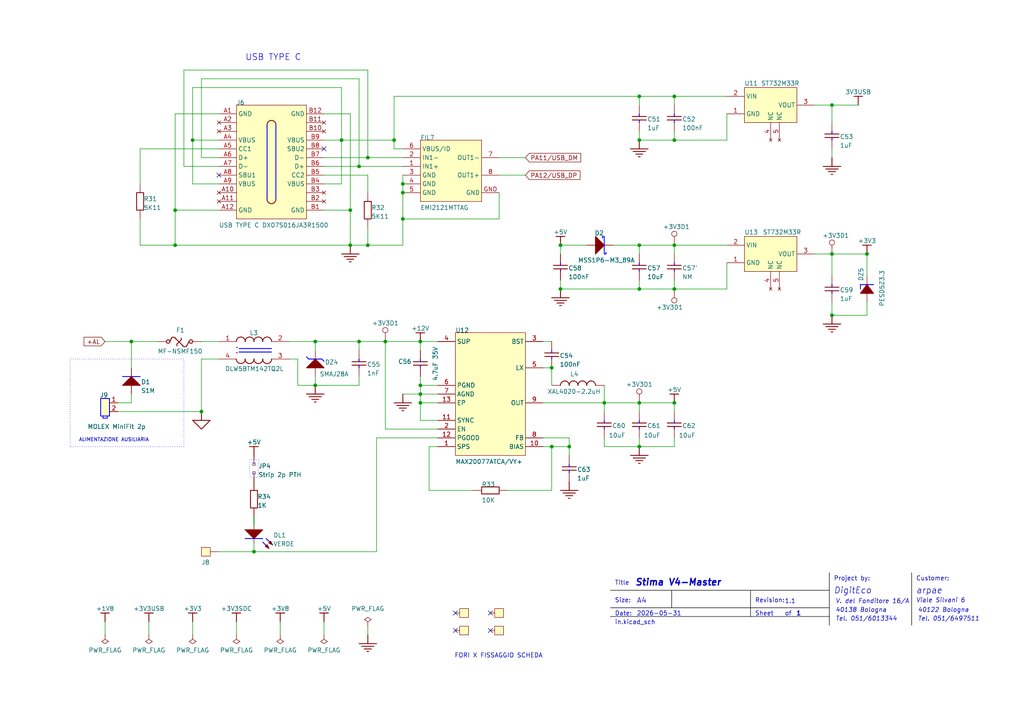
<source format=kicad_sch>
(kicad_sch (version 20230121) (generator eeschema)
  (paper "A4")
  (title_block (title "Stima V4-Master") (rev "1.0"))
  (lib_symbols
    (symbol "Connector:TestPoint" (pin_numbers hide) (pin_names (offset 0.762) hide)
      (property "Reference" "TP" (at 0 6.858 0))
      (property "Value" "TestPoint" (at 0 5.08 0))
      (symbol "TestPoint_1_1"
        (pin passive line (at 0 0 90) (length 2.54) (name "1") (number "1"))
      )
    )
    (symbol "Stima V4 Master R1_1-altium-import:+12V" (power)
      (property "Value" "+12V" (at 0 -3.81 0))
      (symbol "+12V_0_0"
        (pin power_in line (at 0 0 0) (length 0) hide (name "+12V") (number ""))
      )
    )
    (symbol "Stima V4 Master R1_1-altium-import:+3V3" (power)
      (property "Reference" "#PWR" (at 0 0 0))
      (property "Value" "+3V3" (at 0 3.81 0))
      (symbol "+3V3_0_0"
        (pin power_in line (at 0 0 0) (length 0) hide (name "+3V3") (number ""))
      )
    )
    (symbol "Stima V4 Master R1_1-altium-import:+3V3SDC" (power)
      (property "Value" "+3V3SDC" (at 0 -3.81 0))
      (symbol "+3V3SDC_0_0"
        (pin power_in line (at 0 0 0) (length 0) hide (name "+3V3SDC") (number ""))
      )
    )
    (symbol "Stima V4 Master R1_1-altium-import:+3V3USB" (power)
      (property "Value" "+3V3USB" (at 0 -3.81 0))
      (symbol "+3V3USB_0_0"
        (pin power_in line (at 0 0 0) (length 0) hide (name "+3V3USB") (number ""))
      )
    )
    (symbol "Stima V4 Master R1_1-altium-import:+5V" (power)
      (property "Reference" "#PWR" (at 0 0 0))
      (property "Value" "+5V" (at 0 3.81 0))
      (symbol "+5V_0_0"
        (pin power_in line (at 0 0 0) (length 0) hide (name "+5V") (number ""))
      )
    )
    (symbol "Stima V4 Master R1_1-altium-import:3V3USB" (power)
      (property "Value" "3V3USB" (at 3.6068 -4.064 0))
      (symbol "3V3USB_0_0"
        (pin power_in line (at 0 0 0) (length 0) hide (name "3V3USB") (number ""))
      )
    )
    (symbol "Stima V4 Master R1_1-altium-import:EGND" (power)
      (symbol "EGND_0_0"
        (pin power_in line (at 0 0 0) (length 0) hide (name "EGND") (number ""))
      )
    )
    (symbol "Stima V4 Master R1_1-altium-import:GND" (power)
      (symbol "GND_0_0"
        (pin power_in line (at 0 0 0) (length 0) hide (name "GND") (number ""))
      )
    )
    (symbol "Stima V4 Master R1_1-altium-import:root_0_C0603"
      (symbol "root_0_C0603_1_0"
        (pin passive line (at 0 2.54 270) (length 2.54) (name "1") (number "1"))
        (pin passive line (at 0 -5.08 90) (length 2.54) (name "2") (number "2"))
      )
    )
    (symbol "Stima V4 Master R1_1-altium-import:root_0_C0805"
      (property "Reference" "C11" (at 2.286 -2.286 0))
      (property "Value" "100nF" (at 2.286 -4.826 0))
      (symbol "root_0_C0805_1_0"
        (pin passive line (at 0 2.54 270) (length 2.54) (name "1") (number "1"))
        (pin passive line (at 0 -5.08 90) (length 2.54) (name "2") (number "2"))
      )
    )
    (symbol "Stima V4 Master R1_1-altium-import:root_0_C1206"
      (property "Reference" "C56" (at -2.54 0 0))
      (property "Value" "4.7uF 35V" (at 5.08 -6.35 90))
      (symbol "root_0_C1206_1_0"
        (pin passive line (at 0 2.54 270) (length 2.54) (name "1") (number "1"))
        (pin passive line (at 0 -5.08 90) (length 2.54) (name "2") (number "2"))
      )
    )
    (symbol "Stima V4 Master R1_1-altium-import:root_0_Coil__B82442__2220"
      (property "Reference" "L4" (at 0 -1.27 0))
      (property "Value" "XAL4020-2.2uH" (at -3.81 -5.08 0))
      (symbol "root_0_Coil__B82442__2220_1_0"
        (pin passive line (at -2.54 -2.54 0) (length 2.54) (name "1") (number "1"))
        (pin passive line (at 12.7 -2.54 180) (length 2.54) (name "2") (number "2"))
      )
    )
    (symbol "Stima V4 Master R1_1-altium-import:root_0_Diode_SMD_QMELF"
      (property "Reference" "D1" (at 2.794 -2.286 0))
      (property "Value" "S1M" (at 2.794 -4.826 0))
      (symbol "root_0_Diode_SMD_QMELF_1_0"
        (pin passive line (at 0 2.54 270) (length 2.54) (name "K") (number "1"))
        (pin passive line (at 0 -5.08 90) (length 2.54) (name "A") (number "2"))
      )
    )
    (symbol "Stima V4 Master R1_1-altium-import:root_0_EMI2121"
      (property "Reference" "FIL7" (at 0 0 0))
      (property "Value" "EMI2121MTTAG" (at 0 -20.32 0))
      (symbol "root_0_EMI2121_1_0"
        (pin passive line (at -5.08 -7.62 0) (length 5.08) (name "IN1+") (number "1"))
        (pin passive line (at -5.08 -5.08 0) (length 5.08) (name "IN1-") (number "2"))
        (pin passive line (at -5.08 -10.16 0) (length 5.08) (name "GND") (number "3"))
        (pin passive line (at -5.08 -12.7 0) (length 5.08) (name "GND") (number "4"))
        (pin passive line (at -5.08 -15.24 0) (length 5.08) (name "GND") (number "5"))
        (pin passive line (at -5.08 -2.54 0) (length 5.08) (name "VBUS/ID") (number "6"))
        (pin passive line (at 22.86 -5.08 180) (length 5.08) (name "OUT1-") (number "7"))
        (pin passive line (at 22.86 -10.16 180) (length 5.08) (name "OUT1+") (number "8"))
        (pin passive line (at 22.86 -15.24 180) (length 5.08) (name "GND") (number "GND"))
      )
    )
    (symbol "Stima V4 Master R1_1-altium-import:root_0_FILTRO_MURATA_DLW5BT"
      (property "Reference" "L3" (at 8.89 1.27 0))
      (property "Value" "DLW5BTM142TQ2L" (at 1.405 -8.382 0))
      (symbol "root_0_FILTRO_MURATA_DLW5BT_1_0"
        (text "." (at 5.588 -3.81 900) (effects (font (size 2.032 2.032)) (justify left bottom)))
        (text "." (at 5.588 -2.286 900) (effects (font (size 2.032 2.032)) (justify left bottom)))
        (pin passive line (at 0 0 0) (length 5.08) (name "1") (number "1"))
        (pin passive line (at 20.32 0 180) (length 5.08) (name "2") (number "2"))
        (pin passive line (at 20.32 -5.08 180) (length 5.08) (name "3") (number "3"))
        (pin passive line (at 0 -5.08 0) (length 5.08) (name "4") (number "4"))
      )
    )
    (symbol "Stima V4 Master R1_1-altium-import:root_0_Fuse_Thermal"
      (property "Reference" "F1" (at 0 -1.27 0))
      (property "Value" "MF-NSMF150" (at 0 -6.35 0))
      (symbol "root_0_Fuse_Thermal_1_0"
        (pin passive line (at -2.54 -2.54 0) (length 2.54) (name "1") (number "1"))
        (pin passive line (at 10.16 -2.54 180) (length 2.54) (name "2") (number "2"))
      )
    )
    (symbol "Stima V4 Master R1_1-altium-import:root_0_JUMP1"
      (property "Reference" "JP2" (at 2.54 -2.54 0))
      (property "Value" "Strip 2p PTH" (at 2.54 -5.08 0))
      (symbol "root_0_JUMP1_1_0"
        (pin passive line (at 1.27 1.27 270) (length 1.27) (name "") (number "1"))
        (pin passive line (at 1.27 -6.35 90) (length 1.27) (name "") (number "2"))
      )
    )
    (symbol "Stima V4 Master R1_1-altium-import:root_0_MAX20077"
      (property "Reference" "U12" (at 0 0 0))
      (property "Value" "MAX20077ATCA/VY+" (at 0 -38.1 0))
      (symbol "root_0_MAX20077_1_0"
        (pin input line (at -5.08 -33.02 0) (length 5) (name "SPS") (number "1"))
        (pin passive line (at 25.4 -33.02 180) (length 5) (name "BIAS") (number "10"))
        (pin passive line (at -5.08 -25.4 0) (length 5) (name "SYNC") (number "11"))
        (pin output line (at -5.08 -30.48 0) (length 5) (name "PGOOD") (number "12"))
        (pin passive line (at -5.08 -20.32 0) (length 5) (name "EP") (number "13"))
        (pin input line (at -5.08 -27.94 0) (length 5) (name "EN") (number "2"))
        (pin passive line (at 25.4 -2.54 180) (length 5) (name "BST") (number "3"))
        (pin power_in line (at -5.08 -2.54 0) (length 5) (name "SUP") (number "4"))
        (pin passive line (at 25.4 -10.16 180) (length 5) (name "LX") (number "5"))
        (pin power_in line (at -5.08 -15.24 0) (length 5) (name "PGND") (number "6"))
        (pin power_in line (at -5.08 -17.78 0) (length 5) (name "AGND") (number "7"))
        (pin passive line (at 25.4 -30.48 180) (length 5) (name "FB") (number "8"))
        (pin passive line (at 25.4 -20.32 180) (length 5) (name "OUT") (number "9"))
      )
    )
    (symbol "Stima V4 Master R1_1-altium-import:root_0_ST732M"
      (property "Reference" "U14" (at 0 0.508 0))
      (property "Value" "ST732M33R" (at 5.334 0.508 0))
      (symbol "root_0_ST732M_1_0"
        (pin power_in line (at -5.08 -7.62 0) (length 5.08) (name "GND") (number "1"))
        (pin passive line (at -5.08 -2.54 0) (length 5.08) (name "VIN") (number "2"))
        (pin passive line (at 20.32 -5.08 180) (length 5.08) (name "VOUT") (number "3"))
        (pin no_connect line (at 7.62 -15.24 90) (length 5.08) (name "NC") (number "4"))
        (pin no_connect line (at 10.16 -15.24 90) (length 5.08) (name "NC") (number "5"))
      )
    )
    (symbol "Stima V4 Master R1_1-altium-import:root_0_Transil SMD PESD5"
      (symbol "root_0_Transil SMD PESD5_1_0"
        (pin passive line (at 0 2.54 270) (length 2.54) (name "K") (number "1"))
        (pin passive line (at 0 -5.08 90) (length 2.54) (name "A") (number "2"))
      )
    )
    (symbol "Stima V4 Master R1_1-altium-import:root_0_Transil_SMD_SMAJ"
      (property "Reference" "DZ4" (at 2.794 -1.651 0))
      (property "Value" "SMAJ28A" (at 1.27 -5.08 0))
      (symbol "root_0_Transil_SMD_SMAJ_1_0"
        (pin passive line (at 0 2.54 270) (length 2.54) (name "K") (number "1"))
        (pin passive line (at 0 -5.08 90) (length 2.54) (name "A") (number "2"))
      )
    )
    (symbol "Stima V4 Master R1_1-altium-import:root_0_USB-C_12P"
      (property "Reference" "J6" (at 0 0 0))
      (property "Value" "USB TYPE C DX07S016JA3R1500" (at -5.08 -35.56 0))
      (symbol "root_0_USB-C_12P_1_0"
        (pin passive line (at -5.08 -2.54 0) (length 5.08) (name "GND") (number "A1"))
        (pin passive line (at -5.08 -30.48 0) (length 5.08) (name "GND") (number "A12"))
        (pin passive line (at -5.08 -10.16 0) (length 5.08) (name "VBUS") (number "A4"))
        (pin passive line (at -5.08 -12.7 0) (length 5.08) (name "CC1") (number "A5"))
        (pin passive line (at -5.08 -15.24 0) (length 5.08) (name "D+") (number "A6"))
        (pin passive line (at -5.08 -17.78 0) (length 5.08) (name "D-") (number "A7"))
        (pin passive line (at -5.08 -20.32 0) (length 5.08) (name "SBU1") (number "A8"))
        (pin passive line (at -5.08 -22.86 0) (length 5.08) (name "VBUS") (number "A9"))
        (pin passive line (at 25.4 -30.48 180) (length 5.08) (name "GND") (number "B1"))
        (pin passive line (at 25.4 -2.54 180) (length 5.08) (name "GND") (number "B12"))
        (pin passive line (at 25.4 -22.86 180) (length 5.08) (name "VBUS") (number "B4"))
        (pin passive line (at 25.4 -20.32 180) (length 5.08) (name "CC2") (number "B5"))
        (pin passive line (at 25.4 -17.78 180) (length 5.08) (name "D+") (number "B6"))
        (pin passive line (at 25.4 -15.24 180) (length 5.08) (name "D-") (number "B7"))
        (pin passive line (at 25.4 -12.7 180) (length 5.08) (name "SBU2") (number "B8"))
        (pin passive line (at 25.4 -10.16 180) (length 5.08) (name "VBUS") (number "B9"))
      )
      (symbol "root_0_USB-C_12P_1_1"
        (text "A10" (at -2.54 -24.384 0) (effects (font (size 1.27 1.27))))
        (text "A11" (at -2.54 -26.924 0) (effects (font (size 1.27 1.27))))
        (text "A2" (at -2.54 -4.064 0) (effects (font (size 1.27 1.27))))
        (text "A3" (at -2.54 -6.604 0) (effects (font (size 1.27 1.27))))
        (text "B10" (at 22.86 -6.604 0) (effects (font (size 1.27 1.27))))
        (text "B11" (at 22.86 -4.064 0) (effects (font (size 1.27 1.27))))
        (text "B2" (at 22.86 -26.924 0) (effects (font (size 1.27 1.27))))
        (text "B3" (at 22.86 -24.384 0) (effects (font (size 1.27 1.27))))
      )
    )
    (symbol "Stima V4 Master R1_1-altium-import:root_0_ViteDado"
      (symbol "root_0_ViteDado_1_0"
        (pin passive line (at -1.27 -1.27 0) (length 1.27) (name "A") (number "1"))
      )
    )
    (symbol "Stima V4 Master R1_1-altium-import:root_0_mirrored_Molex__2p_MiniFit"
      (property "Reference" "J9" (at -2.794 0.254 0))
      (property "Value" "MOLEX MiniFit 2p" (at -6.35 -8.89 0))
      (symbol "root_0_mirrored_Molex__2p_MiniFit_1_0"
        (pin passive line (at 2.54 -1.27 180) (length 2.54) (name "1") (number "1"))
        (pin passive line (at 2.54 -3.81 180) (length 2.54) (name "2") (number "2"))
      )
    )
    (symbol "Stima V4 Master R1_1-altium-import:root_1_Res 0603"
      (symbol "root_1_Res 0603_1_0"
        (pin passive line (at 2.54 -2.54 90) (length 2.54) (name "1") (number "1"))
        (pin passive line (at 2.54 7.62 270) (length 2.54) (name "2") (number "2"))
      )
    )
    (symbol "Stima V4 Master R1_1-altium-import:root_1_Res_0805"
      (property "Reference" "R10" (at 3.556 2.54 0))
      (property "Value" "4K7" (at 3.556 0 0))
      (symbol "root_1_Res_0805_1_0"
        (pin passive line (at 2.54 -2.54 90) (length 2.54) (name "1") (number "1"))
        (pin passive line (at 2.54 7.62 270) (length 2.54) (name "2") (number "2"))
      )
    )
    (symbol "Stima V4 Master R1_1-altium-import:root_2_C0805"
      (property "Reference" "C5" (at 2.286 0.254 0))
      (property "Value" "100nF" (at 0.635 -2.54 0))
      (symbol "root_2_C0805_1_0"
        (pin passive line (at 0 -2.54 90) (length 2.54) (name "1") (number "1"))
        (pin passive line (at 0 5.08 270) (length 2.54) (name "2") (number "2"))
      )
    )
    (symbol "Stima V4 Master R1_1-altium-import:root_2_Res 0603"
      (symbol "root_2_Res 0603_1_0"
        (pin passive line (at 2.54 2.54 180) (length 2.54) (name "1") (number "1"))
        (pin passive line (at -7.62 2.54 0) (length 2.54) (name "2") (number "2"))
      )
    )
    (symbol "Stima V4 Master R1_1-altium-import:root_2_VIAS1"
      (property "Reference" "J8" (at -2.54 -3.81 0))
      (symbol "root_2_VIAS1_1_0"
        (pin passive line (at 2.54 0 180) (length 2.54) (name "1") (number "1"))
      )
    )
    (symbol "Stima V4 Master R1_1-altium-import:root_3_Led__SMD"
      (property "Reference" "DL1" (at 3.048 -2.286 0))
      (property "Value" "VERDE" (at 3.048 -4.826 0))
      (symbol "root_3_Led__SMD_1_0"
        (pin passive line (at -2.54 -3.81 90) (length 1.27) (name "K") (number "1"))
        (pin passive line (at -2.54 1.27 270) (length 1.27) (name "A") (number "2"))
      )
    )
    (symbol "Stima V4 Master R1_1-altium-import:root_3_Res 0603"
      (symbol "root_3_Res 0603_1_0"
        (pin passive line (at -2.54 2.54 270) (length 2.54) (name "1") (number "1"))
        (pin passive line (at -2.54 -7.62 90) (length 2.54) (name "2") (number "2"))
      )
    )
    (symbol "Stima V4 Master R1_1-altium-import:root_3_Schottky_SMD_1A"
      (property "Reference" "D2" (at -2.794 2.794 0))
      (property "Value" "MSS1P6-M3_89A" (at -7.62 -5.08 0))
      (symbol "root_3_Schottky_SMD_1A_1_0"
        (pin passive line (at 2.54 0 180) (length 2.54) (name "K") (number "1"))
        (pin passive line (at -5.08 0 0) (length 2.54) (name "A") (number "2"))
      )
    )
    (symbol "Stima V4_GSM R1_1-altium-import:+1V8" (power)
      (property "Reference" "#PWR" (at 0 0 0))
      (property "Value" "+1V8" (at 0 3.81 0))
      (symbol "+1V8_0_0"
        (pin power_in line (at 0 0 0) (length 0) hide (name "+1V8") (number ""))
      )
    )
    (symbol "Stima V4_GSM R1_1-altium-import:+3V3" (power)
      (property "Reference" "#PWR" (at 0 0 0))
      (property "Value" "+3V3" (at 0 3.81 0))
      (symbol "+3V3_0_0"
        (pin power_in line (at 0 0 0) (length 0) hide (name "+3V3") (number ""))
      )
    )
    (symbol "Stima V4_GSM R1_1-altium-import:+3V8" (power)
      (property "Reference" "#PWR" (at 0 0 0))
      (property "Value" "+3V8" (at 0 3.81 0))
      (symbol "+3V8_0_0"
        (pin power_in line (at 0 0 0) (length 0) hide (name "+3V8") (number ""))
      )
    )
    (symbol "Stima V4_GSM R1_1-altium-import:+5V" (power)
      (property "Reference" "#PWR" (at 0 0 0))
      (property "Value" "+5V" (at 0 3.81 0))
      (symbol "+5V_0_0"
        (pin power_in line (at 0 0 0) (length 0) hide (name "+5V") (number ""))
      )
    )
    (symbol "Stima V4_GSM R1_1-altium-import:GND" (power)
      (property "Reference" "#PWR" (at 0 0 0))
      (property "Value" "GND" (at 0 6.35 0))
      (symbol "GND_0_0"
        (pin power_in line (at 0 0 0) (length 0) hide (name "GND") (number ""))
      )
    )
    (symbol "power:PWR_FLAG" (power) (pin_numbers hide) (pin_names (offset 0) hide)
      (property "Value" "PWR_FLAG" (at 0 3.81 0))
      (symbol "PWR_FLAG_0_0"
        (pin power_out line (at 0 0 90) (length 0) (name "pwr") (number "1"))
      )
    )
    (symbol "root_0_ST732M_1"
      (property "Reference" "U14" (at 0 0.508 0))
      (property "Value" "ST732M33R" (at 5.334 0.508 0))
      (symbol "root_0_ST732M_1_1_0"
        (pin power_in line (at -5.08 -7.62 0) (length 5.08) (name "GND") (number "1"))
        (pin passive line (at -5.08 -2.54 0) (length 5.08) (name "VIN") (number "2"))
        (pin passive line (at 20.32 -5.08 180) (length 5.08) (name "VOUT") (number "3"))
        (pin no_connect line (at 7.62 -15.24 90) (length 5.08) (name "NC") (number "4"))
        (pin no_connect line (at 10.16 -15.24 90) (length 5.08) (name "NC") (number "5"))
      )
    )
  )
  (junction (at 195.58 27.94))
  (junction (at 116.84 63.5))
  (junction (at 162.56 71.12))
  (junction (at 114.3 40.64))
  (junction (at 104.14 99.06))
  (junction (at 251.46 73.66))
  (junction (at 101.6 60.96))
  (junction (at 185.42 129.54))
  (junction (at 121.92 111.76))
  (junction (at 241.3 91.44))
  (junction (at 121.92 116.84))
  (junction (at 160.02 129.54))
  (junction (at 106.68 45.72))
  (junction (at 116.84 53.34))
  (junction (at 91.44 99.06))
  (junction (at 165.1 129.54))
  (junction (at 195.58 71.12))
  (junction (at 185.42 27.94))
  (junction (at 50.8 60.96))
  (junction (at 50.8 71.12))
  (junction (at 185.42 83.82))
  (junction (at 111.76 99.06))
  (junction (at 241.3 73.66))
  (junction (at 160.02 106.68))
  (junction (at 99.06 40.64))
  (junction (at 185.42 116.84))
  (junction (at 195.58 116.84))
  (junction (at 106.68 71.12))
  (junction (at 91.44 111.76))
  (junction (at 55.88 40.64))
  (junction (at 162.56 83.82))
  (junction (at 104.14 48.26))
  (junction (at 185.42 40.64))
  (junction (at 73.66 160.02))
  (junction (at 185.42 71.12))
  (junction (at 195.58 83.82))
  (junction (at 175.26 116.84))
  (junction (at 58.42 119.38))
  (junction (at 38.1 99.06))
  (junction (at 195.58 40.64))
  (junction (at 121.92 114.3))
  (junction (at 241.3 30.48))
  (junction (at 116.84 55.88))
  (junction (at 101.6 71.12))
  (junction (at 121.92 99.06))
  (no_connect (at 63.5 50.8))
  (no_connect (at 142.24 182.88))
  (no_connect (at 132.08 182.88))
  (no_connect (at 93.98 43.18))
  (no_connect (at 142.24 177.8))
  (no_connect (at 132.08 177.8))
  (wire (pts (xy 58.42 45.72) (xy 63.5 45.72)))
  (wire (pts (xy 73.66 152.4) (xy 73.66 149.86)) (stroke (width 0.254)))
  (wire (pts (xy 58.42 104.14) (xy 63.5 104.14)))
  (wire (pts (xy 63.5 160.02) (xy 73.66 160.02)))
  (wire (pts (xy 165.1 127) (xy 157.48 127)))
  (wire (pts (xy 106.68 66.04) (xy 106.68 71.12)))
  (wire (pts (xy 210.82 76.2) (xy 210.82 83.82)))
  (wire (pts (xy 93.98 53.34) (xy 99.06 53.34)))
  (wire (pts (xy 127 114.3) (xy 121.92 114.3)))
  (wire (pts (xy 93.98 60.96) (xy 101.6 60.96)))
  (wire (pts (xy 152.4 50.8) (xy 144.78 50.8)))
  (wire (pts (xy 73.66 160.02) (xy 109.22 160.02)))
  (wire (pts (xy 185.42 119.38) (xy 185.42 116.84)))
  (wire (pts (xy 99.06 53.34) (xy 99.06 40.64)))
  (wire (pts (xy 175.26 119.38) (xy 175.26 116.84)))
  (wire (pts (xy 157.48 99.06) (xy 160.02 99.06)))
  (wire (pts (xy 30.48 99.06) (xy 38.1 99.06)))
  (wire (pts (xy 43.18 180.34) (xy 43.18 184.15)))
  (wire (pts (xy 241.3 45.72) (xy 241.3 43.18)))
  (wire (pts (xy 177.8 71.12) (xy 185.42 71.12)))
  (wire (pts (xy 165.1 132.08) (xy 165.1 129.54)))
  (wire (pts (xy 127 129.54) (xy 124.46 129.54)))
  (wire (pts (xy 91.44 111.76) (xy 91.44 109.22)))
  (wire (pts (xy 53.34 48.26) (xy 63.5 48.26)))
  (wire (pts (xy 81.28 180.34) (xy 81.28 184.15)))
  (wire (pts (xy 38.1 114.3) (xy 38.1 116.84)))
  (wire (pts (xy 195.58 129.54) (xy 195.58 127)))
  (wire (pts (xy 104.14 111.76) (xy 104.14 109.22)))
  (wire (pts (xy 160.02 129.54) (xy 165.1 129.54)))
  (wire (pts (xy 251.46 91.44) (xy 241.3 91.44)))
  (wire (pts (xy 68.58 180.34) (xy 68.58 184.15)))
  (wire (pts (xy 111.76 99.06) (xy 121.92 99.06)))
  (wire (pts (xy 116.84 45.72) (xy 106.68 45.72)))
  (wire (pts (xy 58.42 119.38) (xy 34.29 119.38)))
  (wire (pts (xy 195.58 27.94) (xy 210.82 27.94)))
  (wire (pts (xy 127 124.46) (xy 111.76 124.46)))
  (wire (pts (xy 38.1 116.84) (xy 34.29 116.84)))
  (wire (pts (xy 162.56 71.12) (xy 162.56 73.66)))
  (wire (pts (xy 185.42 81.28) (xy 185.42 83.82)))
  (wire (pts (xy 185.42 71.12) (xy 185.42 73.66)))
  (wire (pts (xy 104.14 99.06) (xy 111.76 99.06)))
  (wire (pts (xy 160.02 142.24) (xy 160.02 129.54)))
  (wire (pts (xy 195.58 83.82) (xy 210.82 83.82)))
  (wire (pts (xy 195.58 40.64) (xy 185.42 40.64)))
  (wire (pts (xy 116.84 53.34) (xy 116.84 50.8)))
  (wire (pts (xy 121.92 109.22) (xy 121.92 111.76)))
  (wire (pts (xy 30.48 180.34) (xy 30.48 184.15)))
  (wire (pts (xy 116.84 63.5) (xy 116.84 55.88)))
  (wire (pts (xy 101.6 71.12) (xy 101.6 60.96)))
  (wire (pts (xy 157.48 129.54) (xy 160.02 129.54)))
  (wire (pts (xy 93.98 180.34) (xy 93.98 184.15)))
  (polyline (pts (xy 264.414 178.816) (xy 264.414 181.356)) (stroke (width 0) (type solid) (color 0 0 0 1)))
  (wire (pts (xy 40.64 71.12) (xy 50.8 71.12)))
  (wire (pts (xy 157.48 116.84) (xy 175.26 116.84)))
  (wire (pts (xy 162.56 71.12) (xy 170.18 71.12)))
  (wire (pts (xy 144.78 63.5) (xy 144.78 55.88)))
  (wire (pts (xy 251.46 73.66) (xy 251.46 80.01)))
  (wire (pts (xy 83.82 99.06) (xy 91.44 99.06)))
  (wire (pts (xy 93.98 50.8) (xy 106.68 50.8)))
  (wire (pts (xy 195.58 38.1) (xy 195.58 40.64)))
  (wire (pts (xy 104.14 48.26) (xy 93.98 48.26)))
  (wire (pts (xy 236.22 73.66) (xy 241.3 73.66)))
  (wire (pts (xy 55.88 53.34) (xy 63.5 53.34)))
  (wire (pts (xy 116.84 63.5) (xy 144.78 63.5)))
  (wire (pts (xy 73.66 157.48) (xy 73.66 160.02)))
  (wire (pts (xy 124.46 129.54) (xy 124.46 142.24)))
  (wire (pts (xy 241.3 30.48) (xy 248.92 30.48)))
  (wire (pts (xy 147.32 142.24) (xy 160.02 142.24)))
  (wire (pts (xy 104.14 48.26) (xy 104.14 22.86)))
  (wire (pts (xy 63.5 43.18) (xy 40.64 43.18)))
  (wire (pts (xy 106.68 50.8) (xy 106.68 55.88)))
  (wire (pts (xy 116.84 55.88) (xy 116.84 53.34)))
  (wire (pts (xy 251.46 87.63) (xy 251.46 91.44)))
  (wire (pts (xy 152.4 45.72) (xy 144.78 45.72)))
  (wire (pts (xy 58.42 22.86) (xy 58.42 45.72)))
  (wire (pts (xy 93.98 40.64) (xy 99.06 40.64)))
  (wire (pts (xy 50.8 71.12) (xy 50.8 60.96)))
  (wire (pts (xy 106.68 181.61) (xy 106.68 184.15)))
  (wire (pts (xy 40.64 63.5) (xy 40.64 71.12)))
  (wire (pts (xy 241.3 35.56) (xy 241.3 30.48)))
  (wire (pts (xy 114.3 40.64) (xy 114.3 27.94)))
  (wire (pts (xy 91.44 99.06) (xy 104.14 99.06)))
  (wire (pts (xy 121.92 121.92) (xy 121.92 116.84)))
  (wire (pts (xy 99.06 40.64) (xy 99.06 25.4)))
  (wire (pts (xy 127 116.84) (xy 121.92 116.84)))
  (wire (pts (xy 124.46 142.24) (xy 137.16 142.24)))
  (polyline (pts (xy 217.678 171.196) (xy 217.678 178.816)) (stroke (width 0) (type solid) (color 0 0 0 1)))
  (wire (pts (xy 127 121.92) (xy 121.92 121.92)))
  (polyline (pts (xy 194.818 171.196) (xy 194.818 176.276)) (stroke (width 0) (type solid) (color 0 0 0 1)))
  (wire (pts (xy 241.3 80.01) (xy 241.3 73.66)))
  (wire (pts (xy 121.92 114.3) (xy 116.84 114.3)))
  (wire (pts (xy 109.22 127) (xy 127 127)))
  (wire (pts (xy 86.36 104.14) (xy 86.36 111.76)))
  (wire (pts (xy 121.92 111.76) (xy 127 111.76)))
  (wire (pts (xy 157.48 106.68) (xy 160.02 106.68)))
  (wire (pts (xy 195.58 71.12) (xy 210.82 71.12)))
  (wire (pts (xy 91.44 101.6) (xy 91.44 99.06)))
  (wire (pts (xy 104.14 22.86) (xy 58.42 22.86)))
  (wire (pts (xy 55.88 40.64) (xy 55.88 53.34)))
  (wire (pts (xy 40.64 43.18) (xy 40.64 53.34)))
  (wire (pts (xy 175.26 116.84) (xy 185.42 116.84)))
  (wire (pts (xy 185.42 129.54) (xy 195.58 129.54)))
  (wire (pts (xy 99.06 25.4) (xy 55.88 25.4)))
  (wire (pts (xy 195.58 30.48) (xy 195.58 27.94)))
  (wire (pts (xy 162.56 83.82) (xy 162.56 81.28)))
  (wire (pts (xy 241.3 91.44) (xy 241.3 87.63)))
  (wire (pts (xy 50.8 71.12) (xy 101.6 71.12)))
  (wire (pts (xy 58.42 99.06) (xy 63.5 99.06)))
  (wire (pts (xy 185.42 40.64) (xy 185.42 38.1)))
  (wire (pts (xy 114.3 43.18) (xy 114.3 40.64)))
  (wire (pts (xy 185.42 83.82) (xy 195.58 83.82)))
  (wire (pts (xy 116.84 48.26) (xy 104.14 48.26)))
  (wire (pts (xy 195.58 73.66) (xy 195.58 71.12)))
  (wire (pts (xy 109.22 160.02) (xy 109.22 127)))
  (wire (pts (xy 101.6 71.12) (xy 106.68 71.12)))
  (wire (pts (xy 50.8 33.02) (xy 63.5 33.02)))
  (wire (pts (xy 185.42 27.94) (xy 195.58 27.94)))
  (wire (pts (xy 195.58 119.38) (xy 195.58 116.84)))
  (wire (pts (xy 111.76 124.46) (xy 111.76 99.06)))
  (wire (pts (xy 210.82 40.64) (xy 195.58 40.64)))
  (wire (pts (xy 38.1 106.68) (xy 38.1 99.06)))
  (wire (pts (xy 63.5 60.96) (xy 50.8 60.96)))
  (wire (pts (xy 101.6 60.96) (xy 101.6 33.02)))
  (wire (pts (xy 121.92 114.3) (xy 121.92 111.76)))
  (wire (pts (xy 160.02 106.68) (xy 160.02 111.76)))
  (wire (pts (xy 116.84 43.18) (xy 114.3 43.18)))
  (polyline (pts (xy 240.538 166.116) (xy 240.538 178.816)) (stroke (width 0) (type solid) (color 0 0 0 1)))
  (wire (pts (xy 91.44 111.76) (xy 104.14 111.76)))
  (wire (pts (xy 175.26 129.54) (xy 185.42 129.54)))
  (wire (pts (xy 53.34 20.32) (xy 53.34 48.26)))
  (wire (pts (xy 175.26 116.84) (xy 175.26 111.76)))
  (wire (pts (xy 185.42 71.12) (xy 195.58 71.12)))
  (wire (pts (xy 116.84 71.12) (xy 116.84 63.5)))
  (wire (pts (xy 185.42 27.94) (xy 185.42 30.48)))
  (wire (pts (xy 236.22 30.48) (xy 241.3 30.48)))
  (wire (pts (xy 241.3 73.66) (xy 251.46 73.66)))
  (wire (pts (xy 162.56 83.82) (xy 185.42 83.82)))
  (polyline (pts (xy 177.038 176.276) (xy 240.538 176.276)) (stroke (width 0) (type solid) (color 0 0 0 1)))
  (wire (pts (xy 55.88 180.34) (xy 55.88 184.15)))
  (wire (pts (xy 106.68 20.32) (xy 53.34 20.32)))
  (wire (pts (xy 175.26 127) (xy 175.26 129.54)))
  (wire (pts (xy 185.42 129.54) (xy 185.42 127)))
  (wire (pts (xy 195.58 81.28) (xy 195.58 83.82)))
  (wire (pts (xy 50.8 60.96) (xy 50.8 33.02)))
  (wire (pts (xy 104.14 101.6) (xy 104.14 99.06)))
  (wire (pts (xy 86.36 111.76) (xy 91.44 111.76)))
  (wire (pts (xy 185.42 116.84) (xy 195.58 116.84)))
  (wire (pts (xy 38.1 99.06) (xy 45.72 99.06)))
  (wire (pts (xy 121.92 101.6) (xy 121.92 99.06)))
  (polyline (pts (xy 177.038 171.196) (xy 240.538 171.196)) (stroke (width 0) (type solid) (color 0 0 0 1)))
  (wire (pts (xy 83.82 104.14) (xy 86.36 104.14)))
  (wire (pts (xy 55.88 25.4) (xy 55.88 40.64)))
  (wire (pts (xy 121.92 116.84) (xy 121.92 114.3)))
  (wire (pts (xy 55.88 40.64) (xy 63.5 40.64)))
  (wire (pts (xy 121.92 99.06) (xy 127 99.06)))
  (wire (pts (xy 165.1 129.54) (xy 165.1 127)))
  (wire (pts (xy 106.68 45.72) (xy 93.98 45.72)))
  (wire (pts (xy 101.6 33.02) (xy 93.98 33.02)))
  (wire (pts (xy 106.68 45.72) (xy 106.68 20.32)))
  (wire (pts (xy 114.3 27.94) (xy 185.42 27.94)))
  (wire (pts (xy 210.82 33.02) (xy 210.82 40.64)))
  (wire (pts (xy 106.68 71.12) (xy 116.84 71.12)))
  (wire (pts (xy 114.3 40.64) (xy 99.06 40.64)))
  (wire (pts (xy 58.42 119.38) (xy 58.42 104.14)))
  (polyline (pts (xy 264.414 166.116) (xy 264.414 166.116) (xy 264.414 178.816)) (stroke (width 0) (type solid) (color 0 0 0 1)))
  (polyline (pts (xy 20.32 129.54) (xy 20.32 104.14) (xy 53.34 104.14) (xy 53.34 129.54) (xy 20.32 129.54)) (stroke (width 0) (type dot) (color 0 0 255 1)))
  (polyline (pts (xy 177.038 178.816) (xy 240.538 178.816) (xy 240.538 181.356)) (stroke (width 0) (type solid) (color 0 0 0 1)))
  (text "${##}" (at 230.886 178.816 0) (effects (font (size 1.27 1.27) bold) (justify left bottom)))
  (text "Size:" (at 178.308 175.006 0) (effects (font (size 1.27 1.27)) (justify left bottom)))
  (text "40122 Bologna" (at 266.192 177.8 0) (effects (font (size 1.27 1.27) italic) (justify left bottom)))
  (text "A4" (at 184.658 175.26 0) (effects (font (size 1.524 1.524)) (justify left bottom)))
  (text "DigitEco" (at 241.808 172.466 0) (effects (font (size 1.778 1.778) italic) (justify left bottom)))
  (text "Title" (at 178.308 169.926 0) (effects (font (size 1.27 1.27)) (justify left bottom)))
  (text "1.1" (at 227.584 175.26 0) (effects (font (size 1.27 1.27)) (justify left bottom)))
  (text "" (at 184.658 181.356 0) (effects (font (size 1.27 1.27)) (justify left bottom)))
  (text "Project by:" (at 241.808 168.656 0) (effects (font (size 1.27 1.27)) (justify left bottom)))
  (text "${#}" (at 224.282 178.816 0) (effects (font (size 1.27 1.27) bold) (justify left bottom)))
  (text "Revision:" (at 218.948 175.006 0) (effects (font (size 1.27 1.27)) (justify left bottom)))
  (text "ALIMENTAZIONE AUSILIARIA" (at 22.86 128.27 0) (effects (font (size 1.016 1.016)) (justify left bottom)))
  (text "Sheet" (at 218.948 178.816 0) (effects (font (size 1.27 1.27)) (justify left bottom)))
  (text "Customer:" (at 265.684 168.656 0) (effects (font (size 1.27 1.27)) (justify left bottom)))
  (text "${TITLE}" (at 184.15 170.18 0) (effects (font (size 1.905 1.905) bold italic) (justify left bottom)))
  (text "Date:" (at 178.308 178.816 0) (effects (font (size 1.27 1.27)) (justify left bottom)))
  (text "${CURRENT_DATE}" (at 184.658 178.816 0) (effects (font (size 1.27 1.27)) (justify left bottom)))
  (text "USB TYPE C" (at 71.12 17.78 0) (effects (font (size 1.778 1.778)) (justify left bottom)))
  (text "${FILENAME}" (at 178.308 181.356 0) (effects (font (size 1.27 1.27)) (justify left bottom)))
  (text "of" (at 227.584 178.816 0) (effects (font (size 1.27 1.27)) (justify left bottom)))
  (text "arpae" (at 265.684 172.466 0) (effects (font (size 1.778 1.778) italic) (justify left bottom)))
  (text "Tel. 051/6013344" (at 242.316 180.34 0) (effects (font (size 1.27 1.27) italic) (justify left bottom)))
  (text "40138 Bologna" (at 242.316 177.8 0) (effects (font (size 1.27 1.27) italic) (justify left bottom)))
  (text "V. del Fonditore 16/A" (at 242.316 175.26 0) (effects (font (size 1.27 1.27) italic) (justify left bottom)))
  (text "Tel. 051/6497511" (at 266.192 180.34 0) (effects (font (size 1.27 1.27) italic) (justify left bottom)))
  (text "FORI X FISSAGGIO SCHEDA" (at 131.826 191.008 0) (effects (font (size 1.27 1.27)) (justify left bottom)))
  (text "Viale Silvani 6" (at 265.684 175.006 0) (effects (font (size 1.27 1.27) italic) (justify left bottom)))
  (global_label "PA12{slash}USB_DP" (shape input) (at 152.4 50.8 0) (property "Intersheetrefs" "${INTERSHEET_REFS}" (effects hide)))
  (global_label "PA11{slash}USB_DM" (shape input) (at 152.4 45.72 0) (property "Intersheetrefs" "${INTERSHEET_REFS}" (effects hide)))
  (global_label "+AL" (shape input) (at 30.48 99.06 180) (property "Intersheetrefs" "${INTERSHEET_REFS}" (effects hide)))
  (symbol (lib_id "Stima V4 Master R1_1-altium-import:EGND") (at 58.42 119.38 0) (unit 1)
    (property "Reference" "#PWR?" (effects hide))
    (property "Value" "EGND" (effects hide))
    (instances (project "Stima V4 Master R1_1" (path "" (reference "#PWR?") (unit 1))) (project "Stima V4 Master" (path "" (reference "#PWR024") (unit 1))))
  )
  (symbol (lib_id "Stima V4 Master R1_1-altium-import:root_0_Diode_SMD_QMELF") (at 38.1 109.22 0) (unit 1)
    (property "Reference" "D1" (at 40.894 111.506 0) (effects (justify left bottom)))
    (property "Value" "S1M" (at 40.894 114.046 0) (effects (justify left bottom)))
    (property "Footprint" "Library_Power_impronte:QMELFD" (effects hide))
    (property "PACKAGE REFERENCE" "QMELF" (effects hide))
  )
  (symbol (lib_id "Stima V4 Master R1_1-altium-import:+3V3USB") (at 43.18 180.34 180) (unit 1)
    (property "Reference" "#PWR01" (effects hide))
    (property "Value" "+3V3USB" (at 43.18 176.53 0))
  )
  (symbol (lib_id "Stima V4 Master R1_1-altium-import:root_0_USB-C_12P") (at 68.58 30.48 0) (unit 1)
    (property "Reference" "J6" (at 68.58 30.48 0) (effects (justify left bottom)))
    (property "Value" "USB TYPE C DX07S016JA3R1500" (at 63.5 66.04 0) (effects (justify left bottom)))
    (property "Footprint" "Library_Master_impronte:USB TYPE C 16PIN MIO" (effects hide))
    (property "CODE" "JAE DX07S016JA3R1500" (effects hide))
  )
  (symbol (lib_id "power:PWR_FLAG") (at 93.98 184.15 180) (unit 1)
    (property "Reference" "#FLG04" (effects hide))
    (property "Value" "PWR_FLAG" (at 93.98 188.595 0))
  )
  (symbol (lib_id "Stima V4 Master R1_1-altium-import:GND") (at 185.42 40.64 0) (unit 1)
    (property "Reference" "#PWR?" (effects hide))
    (property "Value" "GND" (effects hide))
  )
  (symbol (lib_id "Stima V4 Master R1_1-altium-import:+3V3SDC") (at 68.58 180.34 180) (unit 1)
    (property "Reference" "#PWR019" (effects hide))
    (property "Value" "+3V3SDC" (at 68.58 176.53 0))
    (instances (project "Stima V4 Master" (path "" (reference "#PWR019") (unit 1)) (path "" (reference "#PWR026") (unit 1))) (project "Stima V4 Master R1_1" (path "" (reference "#PWR?") (unit 1))))
  )
  (symbol (lib_id "Stima V4 Master R1_1-altium-import:root_2_C0805") (at 185.42 124.46 0) (unit 1)
    (property "Reference" "C61" (at 187.706 124.206 0) (effects (justify left bottom)))
    (property "Value" "10uF" (at 186.69 127 0) (effects (justify left bottom)))
    (property "Footprint" "Library_Master_impronte:0603" (effects hide))
    (property "PACKAGE REFERENCE" "0603" (effects hide))
    (property "TYPE" "Multistrato X5R/X7R" (effects hide))
    (property "ALTIUM_VALUE" "100nF" (effects hide))
    (property "VOLTAGE" "50V" (effects hide))
  )
  (symbol (lib_id "power:PWR_FLAG") (at 43.18 184.15 180) (unit 1)
    (property "Reference" "#FLG02" (effects hide))
    (property "Value" "PWR_FLAG" (at 43.18 188.595 0))
    (instances (project "Stima V4 GSM R1_1" (path "" (reference "#FLG02") (unit 1))) (project "Stima V4 Master" (path "" (reference "#FLG01") (unit 1))))
  )
  (symbol (lib_id "Stima V4 Master R1_1-altium-import:root_0_C0603") (at 195.58 33.02 0) (unit 1)
    (property "Reference" "C52" (at 197.866 35.306 0) (effects (justify left bottom)))
    (property "Value" "100nF" (at 197.866 37.846 0) (effects (justify left bottom)))
    (property "Footprint" "Library_Master_impronte:0603" (effects hide))
    (property "PACKAGE REFERENCE" "0603" (effects hide))
    (property "TYPE" "Multistrato X5R/X7R" (effects hide))
    (property "ALTIUM_VALUE" "100nF" (effects hide))
    (property "VOLTAGE" "50V" (effects hide))
  )
  (symbol (lib_id "Stima V4 Master R1_1-altium-import:root_0_FILTRO_MURATA_DLW5BT") (at 63.5 99.06 0) (unit 1)
    (property "Reference" "L3" (at 72.39 97.282 0) (effects (justify left bottom)))
    (property "Value" "DLW5BTM142TQ2L" (at 65.278 107.696 0) (effects (justify left bottom)))
    (property "Footprint" "Library_Master_impronte:FILTRO DLW5B MIO" (effects hide))
    (property "PACKAGE REFERENCE" "SMD" (effects hide))
  )
  (symbol (lib_id "Stima V4 Master R1_1-altium-import:root_0_ViteDado") (at 133.35 181.61 0) (unit 1)
    (property "Reference" "A3" (effects hide))
    (property "Value" "ViteDado" (effects hide))
    (property "Footprint" "Library_Master_impronte:_Altium_ARGO_ARGO PcbLib-Trad1.PcbLib_ASOLA 4" (effects hide))
  )
  (symbol (lib_id "Stima V4 Master R1_1-altium-import:root_1_Res 0603") (at 38.1 60.96 0) (unit 1)
    (property "Reference" "R31" (at 41.656 58.42 0) (effects (justify left bottom)))
    (property "Value" "5K11" (at 41.656 60.96 0) (effects (justify left bottom)))
    (property "Footprint" "Library_Master_impronte:0603" (effects hide))
    (property "ALTIUM_VALUE" "5K11" (effects hide))
    (property "PRECISION" "1%" (effects hide))
    (property "PACKAGE REFERENCE" "0603" (effects hide))
    (property "POWER" "1/10W" (effects hide))
  )
  (symbol (lib_id "Stima V4 Master R1_1-altium-import:+5V") (at 195.58 116.84 180) (unit 1)
    (property "Reference" "#PWR?" (effects hide))
    (property "Value" "+5V" (at 195.58 113.03 0))
  )
  (symbol (lib_id "Stima V4 Master R1_1-altium-import:root_0_ViteDado") (at 133.35 176.53 0) (unit 1)
    (property "Reference" "A1" (effects hide))
    (property "Value" "ViteDado" (effects hide))
    (property "Footprint" "Library_Master_impronte:ViteDado4" (effects hide))
  )
  (symbol (lib_id "Stima V4 Master R1_1-altium-import:root_0_MAX20077") (at 132.08 96.52 0) (unit 1)
    (property "Reference" "U12" (at 132.08 96.52 0) (effects (justify left bottom)))
    (property "Value" "MAX20077ATCA/VY+" (at 132.08 134.62 0) (effects (justify left bottom)))
    (property "Footprint" "Library_Master_impronte:TDFN 12L MIO" (effects hide))
    (property "PACKAGE REFERENCE" "TDFN12L" (effects hide))
  )
  (symbol (lib_id "Stima V4 Master R1_1-altium-import:GND") (at 241.3 45.72 0) (unit 1)
    (property "Reference" "#PWR?" (effects hide))
    (property "Value" "GND" (effects hide))
  )
  (symbol (lib_id "Stima V4 Master R1_1-altium-import:+3V3") (at 251.46 73.66 180) (unit 1)
    (property "Reference" "#PWR?" (effects hide))
    (property "Value" "+3V3" (at 251.46 69.85 0))
  )
  (symbol (lib_id "power:PWR_FLAG") (at 81.28 184.15 180) (unit 1)
    (property "Reference" "#FLG03" (effects hide))
    (property "Value" "PWR_FLAG" (at 81.28 188.595 0))
  )
  (symbol (lib_id "Stima V4 Master R1_1-altium-import:root_0_C0603") (at 185.42 76.2 0) (unit 1)
    (property "Reference" "C57" (at 187.706 78.486 0) (effects (justify left bottom)))
    (property "Value" "10uF" (at 187.706 81.026 0) (effects (justify left bottom)))
    (property "Footprint" "Library_Master_impronte:0603" (effects hide))
    (property "PACKAGE REFERENCE" "0603" (effects hide))
    (property "TYPE" "Multistrato X5R/X7R" (effects hide))
    (property "ALTIUM_VALUE" "1uF" (effects hide))
    (property "VOLTAGE" "20V" (effects hide))
  )
  (symbol (lib_id "Stima V4 Master R1_1-altium-import:root_0_ST732M") (at 215.9 68.58 0) (unit 1)
    (property "Reference" "U13" (at 215.9 68.072 0) (effects (justify left bottom)))
    (property "Value" "ST732M33R" (at 221.234 68.072 0) (effects (justify left bottom)))
    (property "Footprint" "Library_Master_impronte:SOT23_5" (effects hide))
    (property "PACKAGE REFERENCE" "SOT23-5" (effects hide))
  )
  (symbol (lib_id "Stima V4 Master R1_1-altium-import:root_0_ViteDado") (at 143.51 176.53 0) (unit 1)
    (property "Reference" "A2" (effects hide))
    (property "Value" "ViteDado" (effects hide))
    (property "Footprint" "Library_Master_impronte:ViteDado4" (effects hide))
  )
  (symbol (lib_id "Stima V4 Master R1_1-altium-import:+5V") (at 73.66 132.08 180) (unit 1)
    (property "Reference" "#PWR?" (effects hide))
    (property "Value" "+5V" (at 73.66 128.27 0))
  )
  (symbol (lib_id "Stima V4 Master R1_1-altium-import:root_3_Schottky_SMD_1A") (at 175.26 71.12 0) (unit 1)
    (property "Reference" "D2" (at 172.466 68.326 0) (effects (justify left bottom)))
    (property "Value" "MSS1P6-M3_89A" (at 167.64 76.2 0) (effects (justify left bottom)))
    (property "Footprint" "Library_Master_impronte:MICROSMP" (effects hide))
    (property "PACKAGE REFERENCE" "DO-214AC" (effects hide))
  )
  (symbol (lib_id "Connector:TestPoint") (at 111.76 99.06 0) (unit 1)
    (property "Reference" "+3V3D1" (at 111.76 93.726 0))
    (property "Value" "TestPoint" (effects hide))
    (property "Footprint" "Library_Master_impronte:TP" (effects hide))
    (instances (project "Stima V4 Master" (path "" (reference "+3V3D1") (unit 1)) (path "" (reference "+12V1") (unit 1))))
  )
  (symbol (lib_id "Stima V4 Master R1_1-altium-import:root_0_mirrored_Molex__2p_MiniFit") (at 31.75 115.57 0) (unit 1)
    (property "Reference" "J9" (at 28.956 115.316 0) (effects (justify left bottom)))
    (property "Value" "MOLEX MiniFit 2p" (at 25.4 124.46 0) (effects (justify left bottom)))
    (property "Footprint" "Library_Master_impronte:_Altium_Library_ARGO_ARGO Passive Component.IntLib_MOLEX2-V" (effects hide))
    (property "CODE VERT." "5566-02A" (effects hide))
  )
  (symbol (lib_id "Stima V4 Master R1_1-altium-import:root_0_C0603") (at 241.3 82.55 0) (unit 1)
    (property "Reference" "C59" (at 243.586 84.836 0) (effects (justify left bottom)))
    (property "Value" "1uF" (at 243.586 87.376 0) (effects (justify left bottom)))
    (property "Footprint" "Library_Master_impronte:0603" (effects hide))
    (property "PACKAGE REFERENCE" "0603" (effects hide))
    (property "TYPE" "Multistrato X5R/X7R" (effects hide))
    (property "ALTIUM_VALUE" "1uF" (effects hide))
    (property "VOLTAGE" "20V" (effects hide))
  )
  (symbol (lib_id "Stima V4 Master R1_1-altium-import:GND") (at 162.56 83.82 0) (unit 1)
    (property "Reference" "#PWR?" (effects hide))
    (property "Value" "GND" (effects hide))
  )
  (symbol (lib_id "Connector:TestPoint") (at 195.58 83.82 180) (unit 1)
    (property "Reference" "+3V3D1" (at 198.12 89.154 0) (effects (justify left)))
    (property "Value" "TestPoint" (effects hide))
    (property "Footprint" "Library_Master_impronte:TP" (effects hide))
    (instances (project "Stima V4 Master" (path "" (reference "+3V3D1") (unit 1)) (path "" (reference "GND1") (unit 1))))
  )
  (symbol (lib_id "Stima V4 Master R1_1-altium-import:root_2_C0805") (at 195.58 124.46 0) (unit 1)
    (property "Reference" "C62" (at 197.866 124.206 0) (effects (justify left bottom)))
    (property "Value" "10uF" (at 196.85 127 0) (effects (justify left bottom)))
    (property "Footprint" "Library_Master_impronte:0603" (effects hide))
    (property "PACKAGE REFERENCE" "0603" (effects hide))
    (property "TYPE" "Multistrato X5R/X7R" (effects hide))
    (property "ALTIUM_VALUE" "100nF" (effects hide))
    (property "VOLTAGE" "50V" (effects hide))
  )
  (symbol (lib_id "Stima V4_GSM R1_1-altium-import:+3V8") (at 81.28 180.34 180) (unit 1)
    (property "Reference" "#PWR03" (effects hide))
    (property "Value" "+3V8" (at 81.28 176.53 0))
  )
  (symbol (lib_id "Stima V4 Master R1_1-altium-import:GND") (at 91.44 111.76 0) (unit 1)
    (property "Reference" "#PWR?" (effects hide))
    (property "Value" "GND" (effects hide))
  )
  (symbol (lib_id "Stima V4 Master R1_1-altium-import:root_0_C0805") (at 165.1 134.62 0) (unit 1)
    (property "Reference" "C63" (at 167.386 136.906 0) (effects (justify left bottom)))
    (property "Value" "1uF" (at 167.386 139.446 0) (effects (justify left bottom)))
    (property "Footprint" "Library_Master_impronte:0603" (effects hide))
    (property "PACKAGE REFERENCE" "0603" (effects hide))
    (property "TYPE" "Multistrato X5R/X7R" (effects hide))
    (property "ALTIUM_VALUE" "100nF" (effects hide))
    (property "VOLTAGE" "50V" (effects hide))
  )
  (symbol (lib_id "Stima V4 Master R1_1-altium-import:GND") (at 185.42 129.54 0) (unit 1)
    (property "Reference" "#PWR?" (effects hide))
    (property "Value" "GND" (effects hide))
  )
  (symbol (lib_id "Stima V4 Master R1_1-altium-import:root_1_Res_0805") (at 71.12 147.32 0) (unit 1)
    (property "Reference" "R34" (at 74.676 144.78 0) (effects (justify left bottom)))
    (property "Value" "1K" (at 74.676 147.32 0) (effects (justify left bottom)))
    (property "Footprint" "Library_Master_impronte:0603" (effects hide))
    (property "ALTIUM_VALUE" "4K75" (effects hide))
    (property "PRECISION" "5%" (effects hide))
    (property "PACKAGE REFERENCE" "0603" (effects hide))
    (property "POWER" "1/8W" (effects hide))
  )
  (symbol (lib_id "Connector:TestPoint") (at 195.58 71.12 0) (unit 1)
    (property "Reference" "+3V3D1" (at 192.278 65.786 0) (effects (justify left)))
    (property "Value" "TestPoint" (effects hide))
    (property "Footprint" "Library_Master_impronte:TP" (effects hide))
    (instances (project "Stima V4 Master" (path "" (reference "+3V3D1") (unit 1)) (path "" (reference "+5VM1") (unit 1))))
  )
  (symbol (lib_id "Stima V4 Master R1_1-altium-import:root_0_JUMP1") (at 72.39 133.35 0) (unit 1)
    (property "Reference" "JP4" (at 74.93 135.89 0) (effects (justify left bottom)))
    (property "Value" "Strip 2p PTH" (at 74.93 138.43 0) (effects (justify left bottom)))
    (property "Footprint" "Library_Master_impronte:STRIP2P" (effects hide))
    (property "PACKAGE REFERENCE" "PTH" (effects hide))
  )
  (symbol (lib_id "Stima V4_GSM R1_1-altium-import:+5V") (at 93.98 180.34 180) (unit 1)
    (property "Reference" "#PWR04" (effects hide))
    (property "Value" "+5V" (at 93.98 176.53 0))
  )
  (symbol (lib_id "Stima V4 Master R1_1-altium-import:root_0_C0603") (at 195.58 76.2 0) (unit 1)
    (property "Reference" "C57'" (at 197.866 78.486 0) (effects (justify left bottom)))
    (property "Value" "NM" (at 197.866 81.026 0) (effects (justify left bottom)))
    (property "Footprint" "Library_Master_impronte:0603" (effects hide))
    (property "PACKAGE REFERENCE" "0603" (effects hide))
    (property "TYPE" "Multistrato X5R/X7R" (effects hide))
    (property "ALTIUM_VALUE" "10uF" (effects hide))
    (property "VOLTAGE" "20V" (effects hide))
    (instances (project "Stima V4 Master R1_1" (path "" (reference "C57'") (unit 1))) (project "Stima V4 Master" (path "" (reference "C571") (unit 1))))
  )
  (symbol (lib_id "Stima V4 Master R1_1-altium-import:root_2_VIAS1") (at 60.96 160.02 0) (unit 1)
    (property "Reference" "J8" (at 58.42 163.83 0) (effects (justify left bottom)))
    (property "Value" "VIAS1" (effects hide))
    (property "Footprint" "Library_Master_impronte:VIAS0_8" (effects hide))
  )
  (symbol (lib_id "Stima V4 Master R1_1-altium-import:root_0_Fuse_Thermal") (at 48.26 96.52 0) (unit 1)
    (property "Reference" "F1" (at 51.054 96.52 0) (effects (justify left bottom)))
    (property "Value" "MF-NSMF150" (at 45.72 102.616 0) (effects (justify left bottom)))
    (property "Footprint" "Library_Master_impronte:1206" (effects hide))
    (property "TYPE" "Bourns" (effects hide))
    (property "PACKAGE REFERENCE" "1206" (effects hide))
    (property "ALTIUM_VALUE" "MF-NSMF110-2" (effects hide))
  )
  (symbol (lib_id "Stima V4 Master R1_1-altium-import:root_0_C0603") (at 185.42 33.02 0) (unit 1)
    (property "Reference" "C51" (at 187.706 35.306 0) (effects (justify left bottom)))
    (property "Value" "1uF" (at 187.706 37.846 0) (effects (justify left bottom)))
    (property "Footprint" "Library_Master_impronte:0603" (effects hide))
    (property "PACKAGE REFERENCE" "0603" (effects hide))
    (property "TYPE" "Multistrato X5R/X7R" (effects hide))
    (property "ALTIUM_VALUE" "1uF" (effects hide))
    (property "VOLTAGE" "20V" (effects hide))
  )
  (symbol (lib_id "power:PWR_FLAG") (at 30.48 184.15 180) (unit 1)
    (property "Reference" "#FLG02" (effects hide))
    (property "Value" "PWR_FLAG" (at 30.48 188.595 0))
    (instances (project "Stima V4 GSM R1_1" (path "" (reference "#FLG02") (unit 1))) (project "Stima V4 Master" (path "" (reference "#FLG06") (unit 1))))
  )
  (symbol (lib_id "Stima V4 Master R1_1-altium-import:root_0_C0805") (at 160.02 101.6 0) (unit 1)
    (property "Reference" "C54" (at 162.306 103.886 0) (effects (justify left bottom)))
    (property "Value" "100nF" (at 162.306 106.426 0) (effects (justify left bottom)))
    (property "Footprint" "Library_Master_impronte:0603" (effects hide))
    (property "PACKAGE REFERENCE" "0603" (effects hide))
    (property "TYPE" "Multistrato X5R/X7R" (effects hide))
    (property "ALTIUM_VALUE" "100nF" (effects hide))
    (property "VOLTAGE" "50V" (effects hide))
  )
  (symbol (lib_id "Connector:TestPoint") (at 185.42 116.84 0) (unit 1)
    (property "Reference" "+3V3D1" (at 185.42 111.506 0))
    (property "Value" "TestPoint" (effects hide))
    (property "Footprint" "Library_Master_impronte:TP" (effects hide))
    (instances (project "Stima V4 Master" (path "" (reference "+3V3D1") (unit 1)) (path "" (reference "+5V1") (unit 1))))
  )
  (symbol (lib_name "root_0_ST732M_1") (lib_id "Stima V4 Master R1_1-altium-import:root_0_ST732M") (at 215.9 25.4 0) (unit 1)
    (property "Reference" "U11" (at 215.9 24.892 0) (effects (justify left bottom)))
    (property "Value" "ST732M33R" (at 220.726 24.892 0) (effects (justify left bottom)))
    (property "Footprint" "Library_Master_impronte:SOT23_5" (effects hide))
    (property "PACKAGE REFERENCE" "SOT23-5" (effects hide))
  )
  (symbol (lib_id "Stima V4 Master R1_1-altium-import:GND") (at 241.3 91.44 0) (unit 1)
    (property "Reference" "#PWR?" (effects hide))
    (property "Value" "GND" (effects hide))
  )
  (symbol (lib_id "Stima V4 Master R1_1-altium-import:root_2_C0805") (at 175.26 124.46 0) (unit 1)
    (property "Reference" "C60" (at 177.546 124.206 0) (effects (justify left bottom)))
    (property "Value" "10uF" (at 176.53 127 0) (effects (justify left bottom)))
    (property "Footprint" "Library_Master_impronte:0603" (effects hide))
    (property "PACKAGE REFERENCE" "0603" (effects hide))
    (property "TYPE" "Multistrato X5R/X7R" (effects hide))
    (property "ALTIUM_VALUE" "100nF" (effects hide))
    (property "VOLTAGE" "50V" (effects hide))
  )
  (symbol (lib_id "Stima V4 Master R1_1-altium-import:root_0_Coil__B82442__2220") (at 162.56 109.22 0) (unit 1)
    (property "Reference" "L4" (at 165.354 109.22 0) (effects (justify left bottom)))
    (property "Value" "XAL4020-2.2uH" (at 158.75 114.3 0) (effects (justify left bottom)))
    (property "Footprint" "Library_Master_impronte:COIL COILCRAFT XAL4020-MIO" (effects hide))
  )
  (symbol (lib_id "Stima V4 Master R1_1-altium-import:root_0_Transil SMD PESD5") (at 251.46 82.55 0) (unit 1)
    (property "Reference" "DZ5" (at 250.444 81.534 90) (effects (justify left bottom)))
    (property "Value" "PESD5Z3.3" (at 256.54 88.9 90) (effects (justify left bottom)))
    (property "Footprint" "Library_Master_impronte:SOD 523(SC-79)" (effects hide))
    (property "PACKAGE REFERENCE" "SOD523" (effects hide))
  )
  (symbol (lib_id "Stima V4 Master R1_1-altium-import:GND") (at 165.1 139.7 0) (unit 1)
    (property "Reference" "#PWR?" (effects hide))
    (property "Value" "GND" (effects hide))
  )
  (symbol (lib_id "Stima V4 Master R1_1-altium-import:root_0_C1206") (at 121.92 104.14 0) (unit 1)
    (property "Reference" "C56" (at 119.38 104.14 0) (effects (justify right top)))
    (property "Value" "4.7uF 35V" (at 127 110.49 90) (effects (justify left bottom)))
    (property "Footprint" "Library_Master_impronte:1206" (effects hide))
    (property "PACKAGE REFERENCE" "1206" (effects hide))
    (property "ALTIUM_VALUE" "4.7uF" (effects hide))
    (property "VOLTAGE" "35V" (effects hide))
  )
  (symbol (lib_id "power:PWR_FLAG") (at 55.88 184.15 180) (unit 1)
    (property "Reference" "#FLG05" (effects hide))
    (property "Value" "PWR_FLAG" (at 55.88 188.595 0))
    (instances (project "Stima V4 GSM R1_1" (path "" (reference "#FLG05") (unit 1))) (project "Stima V4 Master" (path "" (reference "#FLG02") (unit 1))))
  )
  (symbol (lib_id "Stima V4_GSM R1_1-altium-import:+1V8") (at 30.48 180.34 180) (unit 1)
    (property "Reference" "#PWR02" (effects hide))
    (property "Value" "+1V8" (at 30.48 176.53 0))
    (instances (project "Stima V4 GSM R1_1" (path "" (reference "#PWR02") (unit 1))) (project "Stima V4 Master" (path "" (reference "#PWR06") (unit 1))))
  )
  (symbol (lib_id "Stima V4 Master R1_1-altium-import:root_0_ViteDado") (at 143.51 181.61 0) (unit 1)
    (property "Reference" "A4" (effects hide))
    (property "Value" "ViteDado" (effects hide))
    (property "Footprint" "Library_Master_impronte:_Altium_ARGO_ARGO PcbLib-Trad1.PcbLib_ViteDado4" (effects hide))
  )
  (symbol (lib_id "Stima V4 Master R1_1-altium-import:3V3USB") (at 248.92 30.48 180) (unit 1)
    (property "Reference" "#PWR?" (effects hide))
    (property "Value" "3V3USB" (at 248.92 26.67 0))
  )
  (symbol (lib_id "Stima V4 Master R1_1-altium-import:+5V") (at 162.56 71.12 180) (unit 1)
    (property "Reference" "#PWR?" (effects hide))
    (property "Value" "+5V" (at 162.56 67.31 0))
  )
  (symbol (lib_id "Stima V4 Master R1_1-altium-import:GND") (at 116.84 114.3 0) (unit 1)
    (property "Reference" "#PWR?" (effects hide))
    (property "Value" "GND" (effects hide))
  )
  (symbol (lib_id "Stima V4 Master R1_1-altium-import:root_0_EMI2121") (at 121.92 40.64 0) (unit 1)
    (property "Reference" "FIL7" (at 121.92 40.64 0) (effects (justify left bottom)))
    (property "Value" "EMI2121MTTAG" (at 121.92 60.96 0) (effects (justify left bottom)))
    (property "Footprint" "Library_Master_impronte:WDFN8 - MIO" (effects hide))
    (property "PACKAGE REFERENCE" "WDFN8" (effects hide))
  )
  (symbol (lib_id "Stima V4 Master R1_1-altium-import:root_0_C0603") (at 104.14 104.14 0) (unit 1)
    (property "Reference" "C55" (at 106.426 106.426 0) (effects (justify left bottom)))
    (property "Value" "1nF" (at 106.426 108.966 0) (effects (justify left bottom)))
    (property "Footprint" "Library_Master_impronte:0603" (effects hide))
    (property "PACKAGE REFERENCE" "0603" (effects hide))
    (property "TYPE" "Multistrato X5R/X7R" (effects hide))
    (property "ALTIUM_VALUE" "1nF" (effects hide))
    (property "VOLTAGE" "50V" (effects hide))
  )
  (symbol (lib_id "Connector:TestPoint") (at 241.3 73.66 0) (unit 1)
    (property "Reference" "+3V3D1" (at 238.506 68.326 0) (effects (justify left)))
    (property "Value" "TestPoint" (effects hide))
    (property "Footprint" "Library_Master_impronte:TP" (effects hide))
    (instances (project "Stima V4 Master" (path "" (reference "+3V3D1") (unit 1)) (path "" (reference "+3V3") (unit 1))))
  )
  (symbol (lib_id "Stima V4 Master R1_1-altium-import:GND") (at 101.6 71.12 0) (unit 1)
    (property "Reference" "#PWR?" (effects hide))
    (property "Value" "GND" (effects hide))
  )
  (symbol (lib_id "power:PWR_FLAG") (at 68.58 184.15 180) (unit 1)
    (property "Reference" "#FLG03" (effects hide))
    (property "Value" "PWR_FLAG" (at 68.58 188.595 0))
    (instances (project "Stima V4 GSM R1_1" (path "" (reference "#FLG03") (unit 1))) (project "Stima V4 Master" (path "" (reference "#FLG015") (unit 1))))
  )
  (symbol (lib_id "power:PWR_FLAG") (at 106.68 181.61 0) (unit 1)
    (property "Reference" "#FLG01" (effects hide))
    (property "Value" "PWR_FLAG" (at 106.68 176.53 0))
    (instances (project "Stima V4 GSM R1_1" (path "" (reference "#FLG01") (unit 1))) (project "Stima V4 Master" (path "" (reference "#FLG05") (unit 1))))
  )
  (symbol (lib_id "Stima V4 Master R1_1-altium-import:root_3_Res 0603") (at 109.22 58.42 0) (unit 1)
    (property "Reference" "R32" (at 107.696 60.96 0) (effects (justify left bottom)))
    (property "Value" "5K11" (at 107.696 63.5 0) (effects (justify left bottom)))
    (property "Footprint" "Library_Master_impronte:0603" (effects hide))
    (property "ALTIUM_VALUE" "5K11" (effects hide))
    (property "PRECISION" "1%" (effects hide))
    (property "PACKAGE REFERENCE" "0603" (effects hide))
    (property "POWER" "1/10W" (effects hide))
  )
  (symbol (lib_id "Stima V4 Master R1_1-altium-import:root_3_Led__SMD") (at 76.2 153.67 0) (unit 1)
    (property "Reference" "DL1" (at 79.248 155.956 0) (effects (justify left bottom)))
    (property "Value" "VERDE" (at 79.248 158.496 0) (effects (justify left bottom)))
    (property "Footprint" "Library_Master_impronte:0805-led" (effects hide))
    (property "PACKAGE REFERENCE" "Smd 0805" (effects hide))
  )
  (symbol (lib_id "Stima V4_GSM R1_1-altium-import:GND") (at 106.68 184.15 0) (unit 1)
    (property "Reference" "#PWR01" (effects hide))
    (property "Value" "GND" (effects hide))
    (instances (project "Stima V4 GSM R1_1" (path "" (reference "#PWR01") (unit 1))) (project "Stima V4 Master" (path "" (reference "#PWR05") (unit 1))))
  )
  (symbol (lib_id "Stima V4 Master R1_1-altium-import:root_0_Transil_SMD_SMAJ") (at 91.44 104.14 0) (unit 1)
    (property "Reference" "DZ4" (at 94.234 105.791 0) (effects (justify left bottom)))
    (property "Value" "SMAJ28A" (at 92.71 109.22 0) (effects (justify left bottom)))
    (property "Footprint" "Library_Master_impronte:SMA" (effects hide))
    (property "PACKAGE REFERENCE" "DO-214AC" (effects hide))
    (property "ALTIUM_VALUE" "SMAJ" (effects hide))
  )
  (symbol (lib_id "Stima V4 Master R1_1-altium-import:root_0_C0603") (at 241.3 38.1 0) (unit 1)
    (property "Reference" "C53" (at 243.586 40.386 0) (effects (justify left bottom)))
    (property "Value" "1uF" (at 243.586 42.926 0) (effects (justify left bottom)))
    (property "Footprint" "Library_Master_impronte:0603" (effects hide))
    (property "PACKAGE REFERENCE" "0603" (effects hide))
    (property "TYPE" "Multistrato X5R/X7R" (effects hide))
    (property "ALTIUM_VALUE" "1uF" (effects hide))
    (property "VOLTAGE" "20V" (effects hide))
  )
  (symbol (lib_id "Stima V4_GSM R1_1-altium-import:+3V3") (at 55.88 180.34 180) (unit 1)
    (property "Reference" "#PWR05" (effects hide))
    (property "Value" "+3V3" (at 55.88 176.53 0))
    (instances (project "Stima V4 GSM R1_1" (path "" (reference "#PWR05") (unit 1))) (project "Stima V4 Master" (path "" (reference "#PWR02") (unit 1))))
  )
  (symbol (lib_id "Stima V4 Master R1_1-altium-import:+12V") (at 121.92 99.06 180) (unit 1)
    (property "Reference" "#PWR?" (effects hide))
    (property "Value" "+12V" (at 121.92 95.25 0))
  )
  (symbol (lib_id "Stima V4 Master R1_1-altium-import:root_2_Res 0603") (at 144.78 144.78 0) (unit 1)
    (property "Reference" "R33" (at 139.7 141.224 0) (effects (justify left bottom)))
    (property "Value" "10K" (at 139.7 145.796 0) (effects (justify left bottom)))
    (property "Footprint" "Library_Master_impronte:0603" (effects hide))
    (property "ALTIUM_VALUE" "10K" (effects hide))
    (property "PRECISION" "1%" (effects hide))
    (property "PACKAGE REFERENCE" "0603" (effects hide))
    (property "POWER" "1/10W" (effects hide))
  )
  (symbol (lib_id "Stima V4 Master R1_1-altium-import:root_0_C0603") (at 162.56 76.2 0) (unit 1)
    (property "Reference" "C58" (at 164.846 78.486 0) (effects (justify left bottom)))
    (property "Value" "100nF" (at 164.846 81.026 0) (effects (justify left bottom)))
    (property "Footprint" "Library_Master_impronte:0603" (effects hide))
    (property "PACKAGE REFERENCE" "0603" (effects hide))
    (property "TYPE" "Multistrato X5R/X7R" (effects hide))
    (property "ALTIUM_VALUE" "100nF" (effects hide))
    (property "VOLTAGE" "50V" (effects hide))
  )
)
</source>
